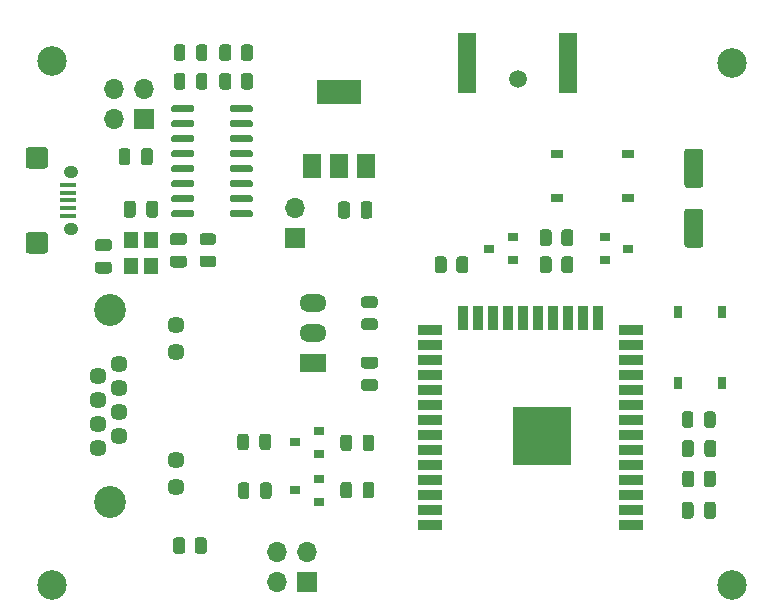
<source format=gts>
G04 #@! TF.GenerationSoftware,KiCad,Pcbnew,(5.1.9-0-10_14)*
G04 #@! TF.CreationDate,2021-11-18T15:02:34+01:00*
G04 #@! TF.ProjectId,ithowifi_4l,6974686f-7769-4666-995f-346c2e6b6963,rev?*
G04 #@! TF.SameCoordinates,Original*
G04 #@! TF.FileFunction,Soldermask,Top*
G04 #@! TF.FilePolarity,Negative*
%FSLAX46Y46*%
G04 Gerber Fmt 4.6, Leading zero omitted, Abs format (unit mm)*
G04 Created by KiCad (PCBNEW (5.1.9-0-10_14)) date 2021-11-18 15:02:34*
%MOMM*%
%LPD*%
G01*
G04 APERTURE LIST*
%ADD10R,1.000000X0.750000*%
%ADD11O,1.700000X1.700000*%
%ADD12R,1.700000X1.700000*%
%ADD13R,1.200000X1.400000*%
%ADD14C,1.500000*%
%ADD15R,0.750000X1.000000*%
%ADD16O,1.250000X1.050000*%
%ADD17R,1.350000X0.400000*%
%ADD18C,2.500000*%
%ADD19R,1.500000X2.000000*%
%ADD20R,3.800000X2.000000*%
%ADD21O,2.300000X1.500000*%
%ADD22R,2.300000X1.500000*%
%ADD23R,0.900000X0.800000*%
%ADD24C,1.446000*%
%ADD25C,2.700000*%
%ADD26R,2.000000X0.900000*%
%ADD27R,0.900000X2.000000*%
%ADD28R,5.000000X5.000000*%
%ADD29R,1.500000X5.080000*%
G04 APERTURE END LIST*
D10*
X98219000Y-117251000D03*
X104219000Y-117251000D03*
X104219000Y-121001000D03*
X98219000Y-121001000D03*
D11*
X76073000Y-121793000D03*
D12*
X76073000Y-124333000D03*
D13*
X63842000Y-124503000D03*
X63842000Y-126703000D03*
X62142000Y-126703000D03*
X62142000Y-124503000D03*
G36*
G01*
X70513400Y-113564600D02*
X70513400Y-113264600D01*
G75*
G02*
X70663400Y-113114600I150000J0D01*
G01*
X72313400Y-113114600D01*
G75*
G02*
X72463400Y-113264600I0J-150000D01*
G01*
X72463400Y-113564600D01*
G75*
G02*
X72313400Y-113714600I-150000J0D01*
G01*
X70663400Y-113714600D01*
G75*
G02*
X70513400Y-113564600I0J150000D01*
G01*
G37*
G36*
G01*
X70513400Y-114834600D02*
X70513400Y-114534600D01*
G75*
G02*
X70663400Y-114384600I150000J0D01*
G01*
X72313400Y-114384600D01*
G75*
G02*
X72463400Y-114534600I0J-150000D01*
G01*
X72463400Y-114834600D01*
G75*
G02*
X72313400Y-114984600I-150000J0D01*
G01*
X70663400Y-114984600D01*
G75*
G02*
X70513400Y-114834600I0J150000D01*
G01*
G37*
G36*
G01*
X70513400Y-116104600D02*
X70513400Y-115804600D01*
G75*
G02*
X70663400Y-115654600I150000J0D01*
G01*
X72313400Y-115654600D01*
G75*
G02*
X72463400Y-115804600I0J-150000D01*
G01*
X72463400Y-116104600D01*
G75*
G02*
X72313400Y-116254600I-150000J0D01*
G01*
X70663400Y-116254600D01*
G75*
G02*
X70513400Y-116104600I0J150000D01*
G01*
G37*
G36*
G01*
X70513400Y-117374600D02*
X70513400Y-117074600D01*
G75*
G02*
X70663400Y-116924600I150000J0D01*
G01*
X72313400Y-116924600D01*
G75*
G02*
X72463400Y-117074600I0J-150000D01*
G01*
X72463400Y-117374600D01*
G75*
G02*
X72313400Y-117524600I-150000J0D01*
G01*
X70663400Y-117524600D01*
G75*
G02*
X70513400Y-117374600I0J150000D01*
G01*
G37*
G36*
G01*
X70513400Y-118644600D02*
X70513400Y-118344600D01*
G75*
G02*
X70663400Y-118194600I150000J0D01*
G01*
X72313400Y-118194600D01*
G75*
G02*
X72463400Y-118344600I0J-150000D01*
G01*
X72463400Y-118644600D01*
G75*
G02*
X72313400Y-118794600I-150000J0D01*
G01*
X70663400Y-118794600D01*
G75*
G02*
X70513400Y-118644600I0J150000D01*
G01*
G37*
G36*
G01*
X70513400Y-119914600D02*
X70513400Y-119614600D01*
G75*
G02*
X70663400Y-119464600I150000J0D01*
G01*
X72313400Y-119464600D01*
G75*
G02*
X72463400Y-119614600I0J-150000D01*
G01*
X72463400Y-119914600D01*
G75*
G02*
X72313400Y-120064600I-150000J0D01*
G01*
X70663400Y-120064600D01*
G75*
G02*
X70513400Y-119914600I0J150000D01*
G01*
G37*
G36*
G01*
X70513400Y-121184600D02*
X70513400Y-120884600D01*
G75*
G02*
X70663400Y-120734600I150000J0D01*
G01*
X72313400Y-120734600D01*
G75*
G02*
X72463400Y-120884600I0J-150000D01*
G01*
X72463400Y-121184600D01*
G75*
G02*
X72313400Y-121334600I-150000J0D01*
G01*
X70663400Y-121334600D01*
G75*
G02*
X70513400Y-121184600I0J150000D01*
G01*
G37*
G36*
G01*
X70513400Y-122454600D02*
X70513400Y-122154600D01*
G75*
G02*
X70663400Y-122004600I150000J0D01*
G01*
X72313400Y-122004600D01*
G75*
G02*
X72463400Y-122154600I0J-150000D01*
G01*
X72463400Y-122454600D01*
G75*
G02*
X72313400Y-122604600I-150000J0D01*
G01*
X70663400Y-122604600D01*
G75*
G02*
X70513400Y-122454600I0J150000D01*
G01*
G37*
G36*
G01*
X65563400Y-122454600D02*
X65563400Y-122154600D01*
G75*
G02*
X65713400Y-122004600I150000J0D01*
G01*
X67363400Y-122004600D01*
G75*
G02*
X67513400Y-122154600I0J-150000D01*
G01*
X67513400Y-122454600D01*
G75*
G02*
X67363400Y-122604600I-150000J0D01*
G01*
X65713400Y-122604600D01*
G75*
G02*
X65563400Y-122454600I0J150000D01*
G01*
G37*
G36*
G01*
X65563400Y-121184600D02*
X65563400Y-120884600D01*
G75*
G02*
X65713400Y-120734600I150000J0D01*
G01*
X67363400Y-120734600D01*
G75*
G02*
X67513400Y-120884600I0J-150000D01*
G01*
X67513400Y-121184600D01*
G75*
G02*
X67363400Y-121334600I-150000J0D01*
G01*
X65713400Y-121334600D01*
G75*
G02*
X65563400Y-121184600I0J150000D01*
G01*
G37*
G36*
G01*
X65563400Y-119914600D02*
X65563400Y-119614600D01*
G75*
G02*
X65713400Y-119464600I150000J0D01*
G01*
X67363400Y-119464600D01*
G75*
G02*
X67513400Y-119614600I0J-150000D01*
G01*
X67513400Y-119914600D01*
G75*
G02*
X67363400Y-120064600I-150000J0D01*
G01*
X65713400Y-120064600D01*
G75*
G02*
X65563400Y-119914600I0J150000D01*
G01*
G37*
G36*
G01*
X65563400Y-118644600D02*
X65563400Y-118344600D01*
G75*
G02*
X65713400Y-118194600I150000J0D01*
G01*
X67363400Y-118194600D01*
G75*
G02*
X67513400Y-118344600I0J-150000D01*
G01*
X67513400Y-118644600D01*
G75*
G02*
X67363400Y-118794600I-150000J0D01*
G01*
X65713400Y-118794600D01*
G75*
G02*
X65563400Y-118644600I0J150000D01*
G01*
G37*
G36*
G01*
X65563400Y-117374600D02*
X65563400Y-117074600D01*
G75*
G02*
X65713400Y-116924600I150000J0D01*
G01*
X67363400Y-116924600D01*
G75*
G02*
X67513400Y-117074600I0J-150000D01*
G01*
X67513400Y-117374600D01*
G75*
G02*
X67363400Y-117524600I-150000J0D01*
G01*
X65713400Y-117524600D01*
G75*
G02*
X65563400Y-117374600I0J150000D01*
G01*
G37*
G36*
G01*
X65563400Y-116104600D02*
X65563400Y-115804600D01*
G75*
G02*
X65713400Y-115654600I150000J0D01*
G01*
X67363400Y-115654600D01*
G75*
G02*
X67513400Y-115804600I0J-150000D01*
G01*
X67513400Y-116104600D01*
G75*
G02*
X67363400Y-116254600I-150000J0D01*
G01*
X65713400Y-116254600D01*
G75*
G02*
X65563400Y-116104600I0J150000D01*
G01*
G37*
G36*
G01*
X65563400Y-114834600D02*
X65563400Y-114534600D01*
G75*
G02*
X65713400Y-114384600I150000J0D01*
G01*
X67363400Y-114384600D01*
G75*
G02*
X67513400Y-114534600I0J-150000D01*
G01*
X67513400Y-114834600D01*
G75*
G02*
X67363400Y-114984600I-150000J0D01*
G01*
X65713400Y-114984600D01*
G75*
G02*
X65563400Y-114834600I0J150000D01*
G01*
G37*
G36*
G01*
X65563400Y-113564600D02*
X65563400Y-113264600D01*
G75*
G02*
X65713400Y-113114600I150000J0D01*
G01*
X67363400Y-113114600D01*
G75*
G02*
X67513400Y-113264600I0J-150000D01*
G01*
X67513400Y-113564600D01*
G75*
G02*
X67363400Y-113714600I-150000J0D01*
G01*
X65713400Y-113714600D01*
G75*
G02*
X65563400Y-113564600I0J150000D01*
G01*
G37*
D14*
X94881700Y-110909100D03*
G36*
G01*
X65692000Y-125860000D02*
X66642000Y-125860000D01*
G75*
G02*
X66892000Y-126110000I0J-250000D01*
G01*
X66892000Y-126610000D01*
G75*
G02*
X66642000Y-126860000I-250000J0D01*
G01*
X65692000Y-126860000D01*
G75*
G02*
X65442000Y-126610000I0J250000D01*
G01*
X65442000Y-126110000D01*
G75*
G02*
X65692000Y-125860000I250000J0D01*
G01*
G37*
G36*
G01*
X65692000Y-123960000D02*
X66642000Y-123960000D01*
G75*
G02*
X66892000Y-124210000I0J-250000D01*
G01*
X66892000Y-124710000D01*
G75*
G02*
X66642000Y-124960000I-250000J0D01*
G01*
X65692000Y-124960000D01*
G75*
G02*
X65442000Y-124710000I0J250000D01*
G01*
X65442000Y-124210000D01*
G75*
G02*
X65692000Y-123960000I250000J0D01*
G01*
G37*
G36*
G01*
X62542000Y-121445000D02*
X62542000Y-122395000D01*
G75*
G02*
X62292000Y-122645000I-250000J0D01*
G01*
X61792000Y-122645000D01*
G75*
G02*
X61542000Y-122395000I0J250000D01*
G01*
X61542000Y-121445000D01*
G75*
G02*
X61792000Y-121195000I250000J0D01*
G01*
X62292000Y-121195000D01*
G75*
G02*
X62542000Y-121445000I0J-250000D01*
G01*
G37*
G36*
G01*
X64442000Y-121445000D02*
X64442000Y-122395000D01*
G75*
G02*
X64192000Y-122645000I-250000J0D01*
G01*
X63692000Y-122645000D01*
G75*
G02*
X63442000Y-122395000I0J250000D01*
G01*
X63442000Y-121445000D01*
G75*
G02*
X63692000Y-121195000I250000J0D01*
G01*
X64192000Y-121195000D01*
G75*
G02*
X64442000Y-121445000I0J-250000D01*
G01*
G37*
D15*
X108471000Y-136638000D03*
X108471000Y-130638000D03*
X112221000Y-130638000D03*
X112221000Y-136638000D03*
G36*
G01*
X53501200Y-123858000D02*
X54855200Y-123858000D01*
G75*
G02*
X55128200Y-124131000I0J-273000D01*
G01*
X55128200Y-125405000D01*
G75*
G02*
X54855200Y-125678000I-273000J0D01*
G01*
X53501200Y-125678000D01*
G75*
G02*
X53228200Y-125405000I0J273000D01*
G01*
X53228200Y-124131000D01*
G75*
G02*
X53501200Y-123858000I273000J0D01*
G01*
G37*
D16*
X57078200Y-123593000D03*
X57078200Y-118743000D03*
G36*
G01*
X53501200Y-116658000D02*
X54855200Y-116658000D01*
G75*
G02*
X55128200Y-116931000I0J-273000D01*
G01*
X55128200Y-118205000D01*
G75*
G02*
X54855200Y-118478000I-273000J0D01*
G01*
X53501200Y-118478000D01*
G75*
G02*
X53228200Y-118205000I0J273000D01*
G01*
X53228200Y-116931000D01*
G75*
G02*
X53501200Y-116658000I273000J0D01*
G01*
G37*
D17*
X56853200Y-122468000D03*
X56853200Y-121818000D03*
X56853200Y-121168000D03*
X56853200Y-120518000D03*
X56853200Y-119868000D03*
G36*
G01*
X110701200Y-142664200D02*
X110701200Y-141714200D01*
G75*
G02*
X110951200Y-141464200I250000J0D01*
G01*
X111451200Y-141464200D01*
G75*
G02*
X111701200Y-141714200I0J-250000D01*
G01*
X111701200Y-142664200D01*
G75*
G02*
X111451200Y-142914200I-250000J0D01*
G01*
X110951200Y-142914200D01*
G75*
G02*
X110701200Y-142664200I0J250000D01*
G01*
G37*
G36*
G01*
X108801200Y-142664200D02*
X108801200Y-141714200D01*
G75*
G02*
X109051200Y-141464200I250000J0D01*
G01*
X109551200Y-141464200D01*
G75*
G02*
X109801200Y-141714200I0J-250000D01*
G01*
X109801200Y-142664200D01*
G75*
G02*
X109551200Y-142914200I-250000J0D01*
G01*
X109051200Y-142914200D01*
G75*
G02*
X108801200Y-142664200I0J250000D01*
G01*
G37*
D11*
X60706000Y-111760000D03*
X63246000Y-111760000D03*
X60706000Y-114300000D03*
D12*
X63246000Y-114300000D03*
G36*
G01*
X80687800Y-121508500D02*
X80687800Y-122458500D01*
G75*
G02*
X80437800Y-122708500I-250000J0D01*
G01*
X79937800Y-122708500D01*
G75*
G02*
X79687800Y-122458500I0J250000D01*
G01*
X79687800Y-121508500D01*
G75*
G02*
X79937800Y-121258500I250000J0D01*
G01*
X80437800Y-121258500D01*
G75*
G02*
X80687800Y-121508500I0J-250000D01*
G01*
G37*
G36*
G01*
X82587800Y-121508500D02*
X82587800Y-122458500D01*
G75*
G02*
X82337800Y-122708500I-250000J0D01*
G01*
X81837800Y-122708500D01*
G75*
G02*
X81587800Y-122458500I0J250000D01*
G01*
X81587800Y-121508500D01*
G75*
G02*
X81837800Y-121258500I250000J0D01*
G01*
X82337800Y-121258500D01*
G75*
G02*
X82587800Y-121508500I0J-250000D01*
G01*
G37*
D18*
X55482000Y-153704000D03*
X113013000Y-153704000D03*
X113013000Y-109508000D03*
G36*
G01*
X98577500Y-124783002D02*
X98577500Y-123882998D01*
G75*
G02*
X98827498Y-123633000I249998J0D01*
G01*
X99352502Y-123633000D01*
G75*
G02*
X99602500Y-123882998I0J-249998D01*
G01*
X99602500Y-124783002D01*
G75*
G02*
X99352502Y-125033000I-249998J0D01*
G01*
X98827498Y-125033000D01*
G75*
G02*
X98577500Y-124783002I0J249998D01*
G01*
G37*
G36*
G01*
X96752500Y-124783002D02*
X96752500Y-123882998D01*
G75*
G02*
X97002498Y-123633000I249998J0D01*
G01*
X97527502Y-123633000D01*
G75*
G02*
X97777500Y-123882998I0J-249998D01*
G01*
X97777500Y-124783002D01*
G75*
G02*
X97527502Y-125033000I-249998J0D01*
G01*
X97002498Y-125033000D01*
G75*
G02*
X96752500Y-124783002I0J249998D01*
G01*
G37*
G36*
G01*
X70649500Y-108215998D02*
X70649500Y-109116002D01*
G75*
G02*
X70399502Y-109366000I-249998J0D01*
G01*
X69874498Y-109366000D01*
G75*
G02*
X69624500Y-109116002I0J249998D01*
G01*
X69624500Y-108215998D01*
G75*
G02*
X69874498Y-107966000I249998J0D01*
G01*
X70399502Y-107966000D01*
G75*
G02*
X70649500Y-108215998I0J-249998D01*
G01*
G37*
G36*
G01*
X72474500Y-108215998D02*
X72474500Y-109116002D01*
G75*
G02*
X72224502Y-109366000I-249998J0D01*
G01*
X71699498Y-109366000D01*
G75*
G02*
X71449500Y-109116002I0J249998D01*
G01*
X71449500Y-108215998D01*
G75*
G02*
X71699498Y-107966000I249998J0D01*
G01*
X72224502Y-107966000D01*
G75*
G02*
X72474500Y-108215998I0J-249998D01*
G01*
G37*
G36*
G01*
X70649500Y-110641998D02*
X70649500Y-111542002D01*
G75*
G02*
X70399502Y-111792000I-249998J0D01*
G01*
X69874498Y-111792000D01*
G75*
G02*
X69624500Y-111542002I0J249998D01*
G01*
X69624500Y-110641998D01*
G75*
G02*
X69874498Y-110392000I249998J0D01*
G01*
X70399502Y-110392000D01*
G75*
G02*
X70649500Y-110641998I0J-249998D01*
G01*
G37*
G36*
G01*
X72474500Y-110641998D02*
X72474500Y-111542002D01*
G75*
G02*
X72224502Y-111792000I-249998J0D01*
G01*
X71699498Y-111792000D01*
G75*
G02*
X71449500Y-111542002I0J249998D01*
G01*
X71449500Y-110641998D01*
G75*
G02*
X71699498Y-110392000I249998J0D01*
G01*
X72224502Y-110392000D01*
G75*
G02*
X72474500Y-110641998I0J-249998D01*
G01*
G37*
G36*
G01*
X66742500Y-149951998D02*
X66742500Y-150852002D01*
G75*
G02*
X66492502Y-151102000I-249998J0D01*
G01*
X65967498Y-151102000D01*
G75*
G02*
X65717500Y-150852002I0J249998D01*
G01*
X65717500Y-149951998D01*
G75*
G02*
X65967498Y-149702000I249998J0D01*
G01*
X66492502Y-149702000D01*
G75*
G02*
X66742500Y-149951998I0J-249998D01*
G01*
G37*
G36*
G01*
X68567500Y-149951998D02*
X68567500Y-150852002D01*
G75*
G02*
X68317502Y-151102000I-249998J0D01*
G01*
X67792498Y-151102000D01*
G75*
G02*
X67542500Y-150852002I0J249998D01*
G01*
X67542500Y-149951998D01*
G75*
G02*
X67792498Y-149702000I249998J0D01*
G01*
X68317502Y-149702000D01*
G75*
G02*
X68567500Y-149951998I0J-249998D01*
G01*
G37*
X55482000Y-109381000D03*
G36*
G01*
X62100000Y-117000000D02*
X62100000Y-117950000D01*
G75*
G02*
X61850000Y-118200000I-250000J0D01*
G01*
X61350000Y-118200000D01*
G75*
G02*
X61100000Y-117950000I0J250000D01*
G01*
X61100000Y-117000000D01*
G75*
G02*
X61350000Y-116750000I250000J0D01*
G01*
X61850000Y-116750000D01*
G75*
G02*
X62100000Y-117000000I0J-250000D01*
G01*
G37*
G36*
G01*
X64000000Y-117000000D02*
X64000000Y-117950000D01*
G75*
G02*
X63750000Y-118200000I-250000J0D01*
G01*
X63250000Y-118200000D01*
G75*
G02*
X63000000Y-117950000I0J250000D01*
G01*
X63000000Y-117000000D01*
G75*
G02*
X63250000Y-116750000I250000J0D01*
G01*
X63750000Y-116750000D01*
G75*
G02*
X64000000Y-117000000I0J-250000D01*
G01*
G37*
G36*
G01*
X60292000Y-125468000D02*
X59342000Y-125468000D01*
G75*
G02*
X59092000Y-125218000I0J250000D01*
G01*
X59092000Y-124718000D01*
G75*
G02*
X59342000Y-124468000I250000J0D01*
G01*
X60292000Y-124468000D01*
G75*
G02*
X60542000Y-124718000I0J-250000D01*
G01*
X60542000Y-125218000D01*
G75*
G02*
X60292000Y-125468000I-250000J0D01*
G01*
G37*
G36*
G01*
X60292000Y-127368000D02*
X59342000Y-127368000D01*
G75*
G02*
X59092000Y-127118000I0J250000D01*
G01*
X59092000Y-126618000D01*
G75*
G02*
X59342000Y-126368000I250000J0D01*
G01*
X60292000Y-126368000D01*
G75*
G02*
X60542000Y-126618000I0J-250000D01*
G01*
X60542000Y-127118000D01*
G75*
G02*
X60292000Y-127368000I-250000J0D01*
G01*
G37*
D19*
X77477300Y-118267500D03*
X82077300Y-118267500D03*
X79777300Y-118267500D03*
D20*
X79777300Y-111967500D03*
D21*
X77580000Y-129828000D03*
X77580000Y-132368000D03*
D22*
X77580000Y-134908000D03*
G36*
G01*
X88887500Y-126168998D02*
X88887500Y-127069002D01*
G75*
G02*
X88637502Y-127319000I-249998J0D01*
G01*
X88112498Y-127319000D01*
G75*
G02*
X87862500Y-127069002I0J249998D01*
G01*
X87862500Y-126168998D01*
G75*
G02*
X88112498Y-125919000I249998J0D01*
G01*
X88637502Y-125919000D01*
G75*
G02*
X88887500Y-126168998I0J-249998D01*
G01*
G37*
G36*
G01*
X90712500Y-126168998D02*
X90712500Y-127069002D01*
G75*
G02*
X90462502Y-127319000I-249998J0D01*
G01*
X89937498Y-127319000D01*
G75*
G02*
X89687500Y-127069002I0J249998D01*
G01*
X89687500Y-126168998D01*
G75*
G02*
X89937498Y-125919000I249998J0D01*
G01*
X90462502Y-125919000D01*
G75*
G02*
X90712500Y-126168998I0J-249998D01*
G01*
G37*
G36*
G01*
X110642500Y-145204602D02*
X110642500Y-144304598D01*
G75*
G02*
X110892498Y-144054600I249998J0D01*
G01*
X111417502Y-144054600D01*
G75*
G02*
X111667500Y-144304598I0J-249998D01*
G01*
X111667500Y-145204602D01*
G75*
G02*
X111417502Y-145454600I-249998J0D01*
G01*
X110892498Y-145454600D01*
G75*
G02*
X110642500Y-145204602I0J249998D01*
G01*
G37*
G36*
G01*
X108817500Y-145204602D02*
X108817500Y-144304598D01*
G75*
G02*
X109067498Y-144054600I249998J0D01*
G01*
X109592502Y-144054600D01*
G75*
G02*
X109842500Y-144304598I0J-249998D01*
G01*
X109842500Y-145204602D01*
G75*
G02*
X109592502Y-145454600I-249998J0D01*
G01*
X109067498Y-145454600D01*
G75*
G02*
X108817500Y-145204602I0J249998D01*
G01*
G37*
G36*
G01*
X97777500Y-126168998D02*
X97777500Y-127069002D01*
G75*
G02*
X97527502Y-127319000I-249998J0D01*
G01*
X97002498Y-127319000D01*
G75*
G02*
X96752500Y-127069002I0J249998D01*
G01*
X96752500Y-126168998D01*
G75*
G02*
X97002498Y-125919000I249998J0D01*
G01*
X97527502Y-125919000D01*
G75*
G02*
X97777500Y-126168998I0J-249998D01*
G01*
G37*
G36*
G01*
X99602500Y-126168998D02*
X99602500Y-127069002D01*
G75*
G02*
X99352502Y-127319000I-249998J0D01*
G01*
X98827498Y-127319000D01*
G75*
G02*
X98577500Y-127069002I0J249998D01*
G01*
X98577500Y-126168998D01*
G75*
G02*
X98827498Y-125919000I249998J0D01*
G01*
X99352502Y-125919000D01*
G75*
G02*
X99602500Y-126168998I0J-249998D01*
G01*
G37*
D23*
X92455000Y-125256000D03*
X94455000Y-124306000D03*
X94455000Y-126206000D03*
X104250000Y-125256000D03*
X102250000Y-126206000D03*
X102250000Y-124306000D03*
D24*
X59372500Y-142176500D03*
X61152500Y-141156500D03*
X59372500Y-140136500D03*
X61152500Y-139116500D03*
X59372500Y-138096500D03*
X61152500Y-137076500D03*
X59372500Y-136056500D03*
X61152500Y-135036500D03*
X65962500Y-145466500D03*
X65962500Y-143176500D03*
X65962500Y-134036500D03*
X65962500Y-131746500D03*
D25*
X60392500Y-130476500D03*
X60392500Y-146736500D03*
G36*
G01*
X109782000Y-146937500D02*
X109782000Y-147887500D01*
G75*
G02*
X109532000Y-148137500I-250000J0D01*
G01*
X109032000Y-148137500D01*
G75*
G02*
X108782000Y-147887500I0J250000D01*
G01*
X108782000Y-146937500D01*
G75*
G02*
X109032000Y-146687500I250000J0D01*
G01*
X109532000Y-146687500D01*
G75*
G02*
X109782000Y-146937500I0J-250000D01*
G01*
G37*
G36*
G01*
X111682000Y-146937500D02*
X111682000Y-147887500D01*
G75*
G02*
X111432000Y-148137500I-250000J0D01*
G01*
X110932000Y-148137500D01*
G75*
G02*
X110682000Y-147887500I0J250000D01*
G01*
X110682000Y-146937500D01*
G75*
G02*
X110932000Y-146687500I250000J0D01*
G01*
X111432000Y-146687500D01*
G75*
G02*
X111682000Y-146937500I0J-250000D01*
G01*
G37*
G36*
G01*
X81867500Y-136308000D02*
X82817500Y-136308000D01*
G75*
G02*
X83067500Y-136558000I0J-250000D01*
G01*
X83067500Y-137058000D01*
G75*
G02*
X82817500Y-137308000I-250000J0D01*
G01*
X81867500Y-137308000D01*
G75*
G02*
X81617500Y-137058000I0J250000D01*
G01*
X81617500Y-136558000D01*
G75*
G02*
X81867500Y-136308000I250000J0D01*
G01*
G37*
G36*
G01*
X81867500Y-134408000D02*
X82817500Y-134408000D01*
G75*
G02*
X83067500Y-134658000I0J-250000D01*
G01*
X83067500Y-135158000D01*
G75*
G02*
X82817500Y-135408000I-250000J0D01*
G01*
X81867500Y-135408000D01*
G75*
G02*
X81617500Y-135158000I0J250000D01*
G01*
X81617500Y-134658000D01*
G75*
G02*
X81867500Y-134408000I250000J0D01*
G01*
G37*
G36*
G01*
X110357000Y-120114000D02*
X109257000Y-120114000D01*
G75*
G02*
X109007000Y-119864000I0J250000D01*
G01*
X109007000Y-117039000D01*
G75*
G02*
X109257000Y-116789000I250000J0D01*
G01*
X110357000Y-116789000D01*
G75*
G02*
X110607000Y-117039000I0J-250000D01*
G01*
X110607000Y-119864000D01*
G75*
G02*
X110357000Y-120114000I-250000J0D01*
G01*
G37*
G36*
G01*
X110357000Y-125189000D02*
X109257000Y-125189000D01*
G75*
G02*
X109007000Y-124939000I0J250000D01*
G01*
X109007000Y-122114000D01*
G75*
G02*
X109257000Y-121864000I250000J0D01*
G01*
X110357000Y-121864000D01*
G75*
G02*
X110607000Y-122114000I0J-250000D01*
G01*
X110607000Y-124939000D01*
G75*
G02*
X110357000Y-125189000I-250000J0D01*
G01*
G37*
D11*
X74532000Y-150910000D03*
X77072000Y-150910000D03*
X74532000Y-153450000D03*
D12*
X77072000Y-153450000D03*
D26*
X87477600Y-148615400D03*
X87477600Y-147345400D03*
X87477600Y-146075400D03*
X87477600Y-144805400D03*
X87477600Y-143535400D03*
X87477600Y-142265400D03*
X87477600Y-140995400D03*
X87477600Y-139725400D03*
X87477600Y-138455400D03*
X87477600Y-137185400D03*
X87477600Y-135915400D03*
X87477600Y-134645400D03*
X87477600Y-133375400D03*
X87477600Y-132105400D03*
D27*
X90262600Y-131105400D03*
X91532600Y-131105400D03*
X92802600Y-131105400D03*
X94072600Y-131105400D03*
X95342600Y-131105400D03*
X96612600Y-131105400D03*
X97882600Y-131105400D03*
X99152600Y-131105400D03*
X100422600Y-131105400D03*
X101692600Y-131105400D03*
D26*
X104477600Y-132105400D03*
X104477600Y-133375400D03*
X104477600Y-134645400D03*
X104477600Y-135915400D03*
X104477600Y-137185400D03*
X104477600Y-138455400D03*
X104477600Y-139725400D03*
X104477600Y-140995400D03*
X104477600Y-142265400D03*
X104477600Y-143535400D03*
X104477600Y-144805400D03*
X104477600Y-146075400D03*
X104477600Y-147345400D03*
X104477600Y-148615400D03*
D28*
X96977600Y-141115400D03*
G36*
G01*
X109769000Y-139277750D02*
X109769000Y-140190250D01*
G75*
G02*
X109525250Y-140434000I-243750J0D01*
G01*
X109037750Y-140434000D01*
G75*
G02*
X108794000Y-140190250I0J243750D01*
G01*
X108794000Y-139277750D01*
G75*
G02*
X109037750Y-139034000I243750J0D01*
G01*
X109525250Y-139034000D01*
G75*
G02*
X109769000Y-139277750I0J-243750D01*
G01*
G37*
G36*
G01*
X111644000Y-139277750D02*
X111644000Y-140190250D01*
G75*
G02*
X111400250Y-140434000I-243750J0D01*
G01*
X110912750Y-140434000D01*
G75*
G02*
X110669000Y-140190250I0J243750D01*
G01*
X110669000Y-139277750D01*
G75*
G02*
X110912750Y-139034000I243750J0D01*
G01*
X111400250Y-139034000D01*
G75*
G02*
X111644000Y-139277750I0J-243750D01*
G01*
G37*
G36*
G01*
X67649500Y-111548250D02*
X67649500Y-110635750D01*
G75*
G02*
X67893250Y-110392000I243750J0D01*
G01*
X68380750Y-110392000D01*
G75*
G02*
X68624500Y-110635750I0J-243750D01*
G01*
X68624500Y-111548250D01*
G75*
G02*
X68380750Y-111792000I-243750J0D01*
G01*
X67893250Y-111792000D01*
G75*
G02*
X67649500Y-111548250I0J243750D01*
G01*
G37*
G36*
G01*
X65774500Y-111548250D02*
X65774500Y-110635750D01*
G75*
G02*
X66018250Y-110392000I243750J0D01*
G01*
X66505750Y-110392000D01*
G75*
G02*
X66749500Y-110635750I0J-243750D01*
G01*
X66749500Y-111548250D01*
G75*
G02*
X66505750Y-111792000I-243750J0D01*
G01*
X66018250Y-111792000D01*
G75*
G02*
X65774500Y-111548250I0J243750D01*
G01*
G37*
G36*
G01*
X81886250Y-131167000D02*
X82798750Y-131167000D01*
G75*
G02*
X83042500Y-131410750I0J-243750D01*
G01*
X83042500Y-131898250D01*
G75*
G02*
X82798750Y-132142000I-243750J0D01*
G01*
X81886250Y-132142000D01*
G75*
G02*
X81642500Y-131898250I0J243750D01*
G01*
X81642500Y-131410750D01*
G75*
G02*
X81886250Y-131167000I243750J0D01*
G01*
G37*
G36*
G01*
X81886250Y-129292000D02*
X82798750Y-129292000D01*
G75*
G02*
X83042500Y-129535750I0J-243750D01*
G01*
X83042500Y-130023250D01*
G75*
G02*
X82798750Y-130267000I-243750J0D01*
G01*
X81886250Y-130267000D01*
G75*
G02*
X81642500Y-130023250I0J243750D01*
G01*
X81642500Y-129535750D01*
G75*
G02*
X81886250Y-129292000I243750J0D01*
G01*
G37*
D29*
X90631400Y-109548400D03*
X99131400Y-109548400D03*
G36*
G01*
X67649500Y-109122250D02*
X67649500Y-108209750D01*
G75*
G02*
X67893250Y-107966000I243750J0D01*
G01*
X68380750Y-107966000D01*
G75*
G02*
X68624500Y-108209750I0J-243750D01*
G01*
X68624500Y-109122250D01*
G75*
G02*
X68380750Y-109366000I-243750J0D01*
G01*
X67893250Y-109366000D01*
G75*
G02*
X67649500Y-109122250I0J243750D01*
G01*
G37*
G36*
G01*
X65774500Y-109122250D02*
X65774500Y-108209750D01*
G75*
G02*
X66018250Y-107966000I243750J0D01*
G01*
X66505750Y-107966000D01*
G75*
G02*
X66749500Y-108209750I0J-243750D01*
G01*
X66749500Y-109122250D01*
G75*
G02*
X66505750Y-109366000I-243750J0D01*
G01*
X66018250Y-109366000D01*
G75*
G02*
X65774500Y-109122250I0J243750D01*
G01*
G37*
G36*
G01*
X68199950Y-125847500D02*
X69112450Y-125847500D01*
G75*
G02*
X69356200Y-126091250I0J-243750D01*
G01*
X69356200Y-126578750D01*
G75*
G02*
X69112450Y-126822500I-243750J0D01*
G01*
X68199950Y-126822500D01*
G75*
G02*
X67956200Y-126578750I0J243750D01*
G01*
X67956200Y-126091250D01*
G75*
G02*
X68199950Y-125847500I243750J0D01*
G01*
G37*
G36*
G01*
X68199950Y-123972500D02*
X69112450Y-123972500D01*
G75*
G02*
X69356200Y-124216250I0J-243750D01*
G01*
X69356200Y-124703750D01*
G75*
G02*
X69112450Y-124947500I-243750J0D01*
G01*
X68199950Y-124947500D01*
G75*
G02*
X67956200Y-124703750I0J243750D01*
G01*
X67956200Y-124216250D01*
G75*
G02*
X68199950Y-123972500I243750J0D01*
G01*
G37*
G36*
G01*
X72128500Y-141170250D02*
X72128500Y-142082750D01*
G75*
G02*
X71884750Y-142326500I-243750J0D01*
G01*
X71397250Y-142326500D01*
G75*
G02*
X71153500Y-142082750I0J243750D01*
G01*
X71153500Y-141170250D01*
G75*
G02*
X71397250Y-140926500I243750J0D01*
G01*
X71884750Y-140926500D01*
G75*
G02*
X72128500Y-141170250I0J-243750D01*
G01*
G37*
G36*
G01*
X74003500Y-141170250D02*
X74003500Y-142082750D01*
G75*
G02*
X73759750Y-142326500I-243750J0D01*
G01*
X73272250Y-142326500D01*
G75*
G02*
X73028500Y-142082750I0J243750D01*
G01*
X73028500Y-141170250D01*
G75*
G02*
X73272250Y-140926500I243750J0D01*
G01*
X73759750Y-140926500D01*
G75*
G02*
X74003500Y-141170250I0J-243750D01*
G01*
G37*
G36*
G01*
X72181000Y-145298750D02*
X72181000Y-146211250D01*
G75*
G02*
X71937250Y-146455000I-243750J0D01*
G01*
X71449750Y-146455000D01*
G75*
G02*
X71206000Y-146211250I0J243750D01*
G01*
X71206000Y-145298750D01*
G75*
G02*
X71449750Y-145055000I243750J0D01*
G01*
X71937250Y-145055000D01*
G75*
G02*
X72181000Y-145298750I0J-243750D01*
G01*
G37*
G36*
G01*
X74056000Y-145298750D02*
X74056000Y-146211250D01*
G75*
G02*
X73812250Y-146455000I-243750J0D01*
G01*
X73324750Y-146455000D01*
G75*
G02*
X73081000Y-146211250I0J243750D01*
G01*
X73081000Y-145298750D01*
G75*
G02*
X73324750Y-145055000I243750J0D01*
G01*
X73812250Y-145055000D01*
G75*
G02*
X74056000Y-145298750I0J-243750D01*
G01*
G37*
G36*
G01*
X81761500Y-142158750D02*
X81761500Y-141246250D01*
G75*
G02*
X82005250Y-141002500I243750J0D01*
G01*
X82492750Y-141002500D01*
G75*
G02*
X82736500Y-141246250I0J-243750D01*
G01*
X82736500Y-142158750D01*
G75*
G02*
X82492750Y-142402500I-243750J0D01*
G01*
X82005250Y-142402500D01*
G75*
G02*
X81761500Y-142158750I0J243750D01*
G01*
G37*
G36*
G01*
X79886500Y-142158750D02*
X79886500Y-141246250D01*
G75*
G02*
X80130250Y-141002500I243750J0D01*
G01*
X80617750Y-141002500D01*
G75*
G02*
X80861500Y-141246250I0J-243750D01*
G01*
X80861500Y-142158750D01*
G75*
G02*
X80617750Y-142402500I-243750J0D01*
G01*
X80130250Y-142402500D01*
G75*
G02*
X79886500Y-142158750I0J243750D01*
G01*
G37*
G36*
G01*
X81761500Y-146159250D02*
X81761500Y-145246750D01*
G75*
G02*
X82005250Y-145003000I243750J0D01*
G01*
X82492750Y-145003000D01*
G75*
G02*
X82736500Y-145246750I0J-243750D01*
G01*
X82736500Y-146159250D01*
G75*
G02*
X82492750Y-146403000I-243750J0D01*
G01*
X82005250Y-146403000D01*
G75*
G02*
X81761500Y-146159250I0J243750D01*
G01*
G37*
G36*
G01*
X79886500Y-146159250D02*
X79886500Y-145246750D01*
G75*
G02*
X80130250Y-145003000I243750J0D01*
G01*
X80617750Y-145003000D01*
G75*
G02*
X80861500Y-145246750I0J-243750D01*
G01*
X80861500Y-146159250D01*
G75*
G02*
X80617750Y-146403000I-243750J0D01*
G01*
X80130250Y-146403000D01*
G75*
G02*
X79886500Y-146159250I0J243750D01*
G01*
G37*
D23*
X76061000Y-141667100D03*
X78061000Y-140717100D03*
X78061000Y-142617100D03*
X76061000Y-145729600D03*
X78061000Y-144779600D03*
X78061000Y-146679600D03*
M02*

</source>
